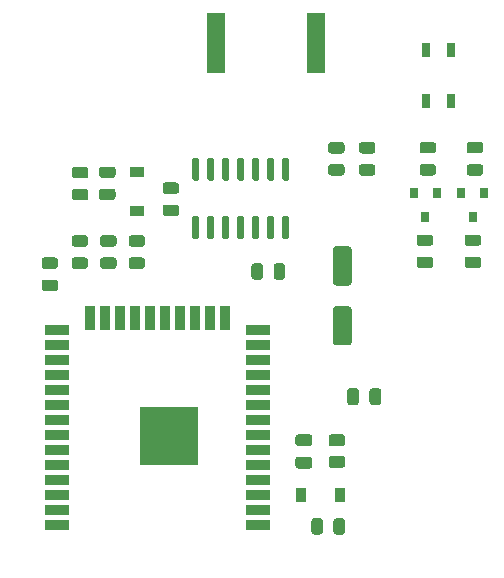
<source format=gtp>
G04 #@! TF.GenerationSoftware,KiCad,Pcbnew,(5.1.9-0-10_14)*
G04 #@! TF.CreationDate,2021-08-21T21:39:00+02:00*
G04 #@! TF.ProjectId,ithowifi_4l,6974686f-7769-4666-995f-346c2e6b6963,rev?*
G04 #@! TF.SameCoordinates,Original*
G04 #@! TF.FileFunction,Paste,Top*
G04 #@! TF.FilePolarity,Positive*
%FSLAX46Y46*%
G04 Gerber Fmt 4.6, Leading zero omitted, Abs format (unit mm)*
G04 Created by KiCad (PCBNEW (5.1.9-0-10_14)) date 2021-08-21 21:39:00*
%MOMM*%
%LPD*%
G01*
G04 APERTURE LIST*
%ADD10R,0.650000X1.300000*%
%ADD11R,0.900000X1.200000*%
%ADD12R,1.200000X0.900000*%
%ADD13R,2.000000X0.900000*%
%ADD14R,0.900000X2.000000*%
%ADD15R,5.000000X5.000000*%
%ADD16R,1.500000X5.080000*%
%ADD17R,0.800000X0.900000*%
G04 APERTURE END LIST*
D10*
X118682000Y-112693000D03*
X118682000Y-108393000D03*
X120832000Y-112693000D03*
X120832000Y-108393000D03*
G36*
G01*
X111621502Y-141977500D02*
X110721498Y-141977500D01*
G75*
G02*
X110471500Y-141727502I0J249998D01*
G01*
X110471500Y-141202498D01*
G75*
G02*
X110721498Y-140952500I249998J0D01*
G01*
X111621502Y-140952500D01*
G75*
G02*
X111871500Y-141202498I0J-249998D01*
G01*
X111871500Y-141727502D01*
G75*
G02*
X111621502Y-141977500I-249998J0D01*
G01*
G37*
G36*
G01*
X111621502Y-143802500D02*
X110721498Y-143802500D01*
G75*
G02*
X110471500Y-143552502I0J249998D01*
G01*
X110471500Y-143027498D01*
G75*
G02*
X110721498Y-142777500I249998J0D01*
G01*
X111621502Y-142777500D01*
G75*
G02*
X111871500Y-143027498I0J-249998D01*
G01*
X111871500Y-143552502D01*
G75*
G02*
X111621502Y-143802500I-249998J0D01*
G01*
G37*
D11*
X108125500Y-146084000D03*
X111425500Y-146084000D03*
D12*
X94280500Y-122016500D03*
X94280500Y-118716500D03*
G36*
G01*
X108852500Y-141951000D02*
X107902500Y-141951000D01*
G75*
G02*
X107652500Y-141701000I0J250000D01*
G01*
X107652500Y-141201000D01*
G75*
G02*
X107902500Y-140951000I250000J0D01*
G01*
X108852500Y-140951000D01*
G75*
G02*
X109102500Y-141201000I0J-250000D01*
G01*
X109102500Y-141701000D01*
G75*
G02*
X108852500Y-141951000I-250000J0D01*
G01*
G37*
G36*
G01*
X108852500Y-143851000D02*
X107902500Y-143851000D01*
G75*
G02*
X107652500Y-143601000I0J250000D01*
G01*
X107652500Y-143101000D01*
G75*
G02*
X107902500Y-142851000I250000J0D01*
G01*
X108852500Y-142851000D01*
G75*
G02*
X109102500Y-143101000I0J-250000D01*
G01*
X109102500Y-143601000D01*
G75*
G02*
X108852500Y-143851000I-250000J0D01*
G01*
G37*
G36*
G01*
X113032000Y-137293000D02*
X113032000Y-138243000D01*
G75*
G02*
X112782000Y-138493000I-250000J0D01*
G01*
X112282000Y-138493000D01*
G75*
G02*
X112032000Y-138243000I0J250000D01*
G01*
X112032000Y-137293000D01*
G75*
G02*
X112282000Y-137043000I250000J0D01*
G01*
X112782000Y-137043000D01*
G75*
G02*
X113032000Y-137293000I0J-250000D01*
G01*
G37*
G36*
G01*
X114932000Y-137293000D02*
X114932000Y-138243000D01*
G75*
G02*
X114682000Y-138493000I-250000J0D01*
G01*
X114182000Y-138493000D01*
G75*
G02*
X113932000Y-138243000I0J250000D01*
G01*
X113932000Y-137293000D01*
G75*
G02*
X114182000Y-137043000I250000J0D01*
G01*
X114682000Y-137043000D01*
G75*
G02*
X114932000Y-137293000I0J-250000D01*
G01*
G37*
G36*
G01*
X112182000Y-128355500D02*
X111082000Y-128355500D01*
G75*
G02*
X110832000Y-128105500I0J250000D01*
G01*
X110832000Y-125280500D01*
G75*
G02*
X111082000Y-125030500I250000J0D01*
G01*
X112182000Y-125030500D01*
G75*
G02*
X112432000Y-125280500I0J-250000D01*
G01*
X112432000Y-128105500D01*
G75*
G02*
X112182000Y-128355500I-250000J0D01*
G01*
G37*
G36*
G01*
X112182000Y-133430500D02*
X111082000Y-133430500D01*
G75*
G02*
X110832000Y-133180500I0J250000D01*
G01*
X110832000Y-130355500D01*
G75*
G02*
X111082000Y-130105500I250000J0D01*
G01*
X112182000Y-130105500D01*
G75*
G02*
X112432000Y-130355500I0J-250000D01*
G01*
X112432000Y-133180500D01*
G75*
G02*
X112182000Y-133430500I-250000J0D01*
G01*
G37*
G36*
G01*
X99372600Y-124416000D02*
X99072600Y-124416000D01*
G75*
G02*
X98922600Y-124266000I0J150000D01*
G01*
X98922600Y-122616000D01*
G75*
G02*
X99072600Y-122466000I150000J0D01*
G01*
X99372600Y-122466000D01*
G75*
G02*
X99522600Y-122616000I0J-150000D01*
G01*
X99522600Y-124266000D01*
G75*
G02*
X99372600Y-124416000I-150000J0D01*
G01*
G37*
G36*
G01*
X100642600Y-124416000D02*
X100342600Y-124416000D01*
G75*
G02*
X100192600Y-124266000I0J150000D01*
G01*
X100192600Y-122616000D01*
G75*
G02*
X100342600Y-122466000I150000J0D01*
G01*
X100642600Y-122466000D01*
G75*
G02*
X100792600Y-122616000I0J-150000D01*
G01*
X100792600Y-124266000D01*
G75*
G02*
X100642600Y-124416000I-150000J0D01*
G01*
G37*
G36*
G01*
X101912600Y-124416000D02*
X101612600Y-124416000D01*
G75*
G02*
X101462600Y-124266000I0J150000D01*
G01*
X101462600Y-122616000D01*
G75*
G02*
X101612600Y-122466000I150000J0D01*
G01*
X101912600Y-122466000D01*
G75*
G02*
X102062600Y-122616000I0J-150000D01*
G01*
X102062600Y-124266000D01*
G75*
G02*
X101912600Y-124416000I-150000J0D01*
G01*
G37*
G36*
G01*
X103182600Y-124416000D02*
X102882600Y-124416000D01*
G75*
G02*
X102732600Y-124266000I0J150000D01*
G01*
X102732600Y-122616000D01*
G75*
G02*
X102882600Y-122466000I150000J0D01*
G01*
X103182600Y-122466000D01*
G75*
G02*
X103332600Y-122616000I0J-150000D01*
G01*
X103332600Y-124266000D01*
G75*
G02*
X103182600Y-124416000I-150000J0D01*
G01*
G37*
G36*
G01*
X104452600Y-124416000D02*
X104152600Y-124416000D01*
G75*
G02*
X104002600Y-124266000I0J150000D01*
G01*
X104002600Y-122616000D01*
G75*
G02*
X104152600Y-122466000I150000J0D01*
G01*
X104452600Y-122466000D01*
G75*
G02*
X104602600Y-122616000I0J-150000D01*
G01*
X104602600Y-124266000D01*
G75*
G02*
X104452600Y-124416000I-150000J0D01*
G01*
G37*
G36*
G01*
X105722600Y-124416000D02*
X105422600Y-124416000D01*
G75*
G02*
X105272600Y-124266000I0J150000D01*
G01*
X105272600Y-122616000D01*
G75*
G02*
X105422600Y-122466000I150000J0D01*
G01*
X105722600Y-122466000D01*
G75*
G02*
X105872600Y-122616000I0J-150000D01*
G01*
X105872600Y-124266000D01*
G75*
G02*
X105722600Y-124416000I-150000J0D01*
G01*
G37*
G36*
G01*
X106992600Y-124416000D02*
X106692600Y-124416000D01*
G75*
G02*
X106542600Y-124266000I0J150000D01*
G01*
X106542600Y-122616000D01*
G75*
G02*
X106692600Y-122466000I150000J0D01*
G01*
X106992600Y-122466000D01*
G75*
G02*
X107142600Y-122616000I0J-150000D01*
G01*
X107142600Y-124266000D01*
G75*
G02*
X106992600Y-124416000I-150000J0D01*
G01*
G37*
G36*
G01*
X106992600Y-119466000D02*
X106692600Y-119466000D01*
G75*
G02*
X106542600Y-119316000I0J150000D01*
G01*
X106542600Y-117666000D01*
G75*
G02*
X106692600Y-117516000I150000J0D01*
G01*
X106992600Y-117516000D01*
G75*
G02*
X107142600Y-117666000I0J-150000D01*
G01*
X107142600Y-119316000D01*
G75*
G02*
X106992600Y-119466000I-150000J0D01*
G01*
G37*
G36*
G01*
X105722600Y-119466000D02*
X105422600Y-119466000D01*
G75*
G02*
X105272600Y-119316000I0J150000D01*
G01*
X105272600Y-117666000D01*
G75*
G02*
X105422600Y-117516000I150000J0D01*
G01*
X105722600Y-117516000D01*
G75*
G02*
X105872600Y-117666000I0J-150000D01*
G01*
X105872600Y-119316000D01*
G75*
G02*
X105722600Y-119466000I-150000J0D01*
G01*
G37*
G36*
G01*
X104452600Y-119466000D02*
X104152600Y-119466000D01*
G75*
G02*
X104002600Y-119316000I0J150000D01*
G01*
X104002600Y-117666000D01*
G75*
G02*
X104152600Y-117516000I150000J0D01*
G01*
X104452600Y-117516000D01*
G75*
G02*
X104602600Y-117666000I0J-150000D01*
G01*
X104602600Y-119316000D01*
G75*
G02*
X104452600Y-119466000I-150000J0D01*
G01*
G37*
G36*
G01*
X103182600Y-119466000D02*
X102882600Y-119466000D01*
G75*
G02*
X102732600Y-119316000I0J150000D01*
G01*
X102732600Y-117666000D01*
G75*
G02*
X102882600Y-117516000I150000J0D01*
G01*
X103182600Y-117516000D01*
G75*
G02*
X103332600Y-117666000I0J-150000D01*
G01*
X103332600Y-119316000D01*
G75*
G02*
X103182600Y-119466000I-150000J0D01*
G01*
G37*
G36*
G01*
X101912600Y-119466000D02*
X101612600Y-119466000D01*
G75*
G02*
X101462600Y-119316000I0J150000D01*
G01*
X101462600Y-117666000D01*
G75*
G02*
X101612600Y-117516000I150000J0D01*
G01*
X101912600Y-117516000D01*
G75*
G02*
X102062600Y-117666000I0J-150000D01*
G01*
X102062600Y-119316000D01*
G75*
G02*
X101912600Y-119466000I-150000J0D01*
G01*
G37*
G36*
G01*
X100642600Y-119466000D02*
X100342600Y-119466000D01*
G75*
G02*
X100192600Y-119316000I0J150000D01*
G01*
X100192600Y-117666000D01*
G75*
G02*
X100342600Y-117516000I150000J0D01*
G01*
X100642600Y-117516000D01*
G75*
G02*
X100792600Y-117666000I0J-150000D01*
G01*
X100792600Y-119316000D01*
G75*
G02*
X100642600Y-119466000I-150000J0D01*
G01*
G37*
G36*
G01*
X99372600Y-119466000D02*
X99072600Y-119466000D01*
G75*
G02*
X98922600Y-119316000I0J150000D01*
G01*
X98922600Y-117666000D01*
G75*
G02*
X99072600Y-117516000I150000J0D01*
G01*
X99372600Y-117516000D01*
G75*
G02*
X99522600Y-117666000I0J-150000D01*
G01*
X99522600Y-119316000D01*
G75*
G02*
X99372600Y-119466000I-150000J0D01*
G01*
G37*
D13*
X87477600Y-148615400D03*
X87477600Y-147345400D03*
X87477600Y-146075400D03*
X87477600Y-144805400D03*
X87477600Y-143535400D03*
X87477600Y-142265400D03*
X87477600Y-140995400D03*
X87477600Y-139725400D03*
X87477600Y-138455400D03*
X87477600Y-137185400D03*
X87477600Y-135915400D03*
X87477600Y-134645400D03*
X87477600Y-133375400D03*
X87477600Y-132105400D03*
D14*
X90262600Y-131105400D03*
X91532600Y-131105400D03*
X92802600Y-131105400D03*
X94072600Y-131105400D03*
X95342600Y-131105400D03*
X96612600Y-131105400D03*
X97882600Y-131105400D03*
X99152600Y-131105400D03*
X100422600Y-131105400D03*
X101692600Y-131105400D03*
D13*
X104477600Y-132105400D03*
X104477600Y-133375400D03*
X104477600Y-134645400D03*
X104477600Y-135915400D03*
X104477600Y-137185400D03*
X104477600Y-138455400D03*
X104477600Y-139725400D03*
X104477600Y-140995400D03*
X104477600Y-142265400D03*
X104477600Y-143535400D03*
X104477600Y-144805400D03*
X104477600Y-146075400D03*
X104477600Y-147345400D03*
X104477600Y-148615400D03*
D15*
X96977600Y-141115400D03*
G36*
G01*
X105819500Y-127624250D02*
X105819500Y-126711750D01*
G75*
G02*
X106063250Y-126468000I243750J0D01*
G01*
X106550750Y-126468000D01*
G75*
G02*
X106794500Y-126711750I0J-243750D01*
G01*
X106794500Y-127624250D01*
G75*
G02*
X106550750Y-127868000I-243750J0D01*
G01*
X106063250Y-127868000D01*
G75*
G02*
X105819500Y-127624250I0J243750D01*
G01*
G37*
G36*
G01*
X103944500Y-127624250D02*
X103944500Y-126711750D01*
G75*
G02*
X104188250Y-126468000I243750J0D01*
G01*
X104675750Y-126468000D01*
G75*
G02*
X104919500Y-126711750I0J-243750D01*
G01*
X104919500Y-127624250D01*
G75*
G02*
X104675750Y-127868000I-243750J0D01*
G01*
X104188250Y-127868000D01*
G75*
G02*
X103944500Y-127624250I0J243750D01*
G01*
G37*
G36*
G01*
X87324250Y-126954100D02*
X86411750Y-126954100D01*
G75*
G02*
X86168000Y-126710350I0J243750D01*
G01*
X86168000Y-126222850D01*
G75*
G02*
X86411750Y-125979100I243750J0D01*
G01*
X87324250Y-125979100D01*
G75*
G02*
X87568000Y-126222850I0J-243750D01*
G01*
X87568000Y-126710350D01*
G75*
G02*
X87324250Y-126954100I-243750J0D01*
G01*
G37*
G36*
G01*
X87324250Y-128829100D02*
X86411750Y-128829100D01*
G75*
G02*
X86168000Y-128585350I0J243750D01*
G01*
X86168000Y-128097850D01*
G75*
G02*
X86411750Y-127854100I243750J0D01*
G01*
X87324250Y-127854100D01*
G75*
G02*
X87568000Y-128097850I0J-243750D01*
G01*
X87568000Y-128585350D01*
G75*
G02*
X87324250Y-128829100I-243750J0D01*
G01*
G37*
G36*
G01*
X88951750Y-125974500D02*
X89864250Y-125974500D01*
G75*
G02*
X90108000Y-126218250I0J-243750D01*
G01*
X90108000Y-126705750D01*
G75*
G02*
X89864250Y-126949500I-243750J0D01*
G01*
X88951750Y-126949500D01*
G75*
G02*
X88708000Y-126705750I0J243750D01*
G01*
X88708000Y-126218250D01*
G75*
G02*
X88951750Y-125974500I243750J0D01*
G01*
G37*
G36*
G01*
X88951750Y-124099500D02*
X89864250Y-124099500D01*
G75*
G02*
X90108000Y-124343250I0J-243750D01*
G01*
X90108000Y-124830750D01*
G75*
G02*
X89864250Y-125074500I-243750J0D01*
G01*
X88951750Y-125074500D01*
G75*
G02*
X88708000Y-124830750I0J243750D01*
G01*
X88708000Y-124343250D01*
G75*
G02*
X88951750Y-124099500I243750J0D01*
G01*
G37*
G36*
G01*
X94690250Y-125074500D02*
X93777750Y-125074500D01*
G75*
G02*
X93534000Y-124830750I0J243750D01*
G01*
X93534000Y-124343250D01*
G75*
G02*
X93777750Y-124099500I243750J0D01*
G01*
X94690250Y-124099500D01*
G75*
G02*
X94934000Y-124343250I0J-243750D01*
G01*
X94934000Y-124830750D01*
G75*
G02*
X94690250Y-125074500I-243750J0D01*
G01*
G37*
G36*
G01*
X94690250Y-126949500D02*
X93777750Y-126949500D01*
G75*
G02*
X93534000Y-126705750I0J243750D01*
G01*
X93534000Y-126218250D01*
G75*
G02*
X93777750Y-125974500I243750J0D01*
G01*
X94690250Y-125974500D01*
G75*
G02*
X94934000Y-126218250I0J-243750D01*
G01*
X94934000Y-126705750D01*
G75*
G02*
X94690250Y-126949500I-243750J0D01*
G01*
G37*
G36*
G01*
X89888250Y-119280500D02*
X88975750Y-119280500D01*
G75*
G02*
X88732000Y-119036750I0J243750D01*
G01*
X88732000Y-118549250D01*
G75*
G02*
X88975750Y-118305500I243750J0D01*
G01*
X89888250Y-118305500D01*
G75*
G02*
X90132000Y-118549250I0J-243750D01*
G01*
X90132000Y-119036750D01*
G75*
G02*
X89888250Y-119280500I-243750J0D01*
G01*
G37*
G36*
G01*
X89888250Y-121155500D02*
X88975750Y-121155500D01*
G75*
G02*
X88732000Y-120911750I0J243750D01*
G01*
X88732000Y-120424250D01*
G75*
G02*
X88975750Y-120180500I243750J0D01*
G01*
X89888250Y-120180500D01*
G75*
G02*
X90132000Y-120424250I0J-243750D01*
G01*
X90132000Y-120911750D01*
G75*
G02*
X89888250Y-121155500I-243750J0D01*
G01*
G37*
G36*
G01*
X110886900Y-149207250D02*
X110886900Y-148294750D01*
G75*
G02*
X111130650Y-148051000I243750J0D01*
G01*
X111618150Y-148051000D01*
G75*
G02*
X111861900Y-148294750I0J-243750D01*
G01*
X111861900Y-149207250D01*
G75*
G02*
X111618150Y-149451000I-243750J0D01*
G01*
X111130650Y-149451000D01*
G75*
G02*
X110886900Y-149207250I0J243750D01*
G01*
G37*
G36*
G01*
X109011900Y-149207250D02*
X109011900Y-148294750D01*
G75*
G02*
X109255650Y-148051000I243750J0D01*
G01*
X109743150Y-148051000D01*
G75*
G02*
X109986900Y-148294750I0J-243750D01*
G01*
X109986900Y-149207250D01*
G75*
G02*
X109743150Y-149451000I-243750J0D01*
G01*
X109255650Y-149451000D01*
G75*
G02*
X109011900Y-149207250I0J243750D01*
G01*
G37*
G36*
G01*
X92188250Y-119255500D02*
X91275750Y-119255500D01*
G75*
G02*
X91032000Y-119011750I0J243750D01*
G01*
X91032000Y-118524250D01*
G75*
G02*
X91275750Y-118280500I243750J0D01*
G01*
X92188250Y-118280500D01*
G75*
G02*
X92432000Y-118524250I0J-243750D01*
G01*
X92432000Y-119011750D01*
G75*
G02*
X92188250Y-119255500I-243750J0D01*
G01*
G37*
G36*
G01*
X92188250Y-121130500D02*
X91275750Y-121130500D01*
G75*
G02*
X91032000Y-120886750I0J243750D01*
G01*
X91032000Y-120399250D01*
G75*
G02*
X91275750Y-120155500I243750J0D01*
G01*
X92188250Y-120155500D01*
G75*
G02*
X92432000Y-120399250I0J-243750D01*
G01*
X92432000Y-120886750D01*
G75*
G02*
X92188250Y-121130500I-243750J0D01*
G01*
G37*
D16*
X100931400Y-107848400D03*
X109431400Y-107848400D03*
G36*
G01*
X110675750Y-118080500D02*
X111588250Y-118080500D01*
G75*
G02*
X111832000Y-118324250I0J-243750D01*
G01*
X111832000Y-118811750D01*
G75*
G02*
X111588250Y-119055500I-243750J0D01*
G01*
X110675750Y-119055500D01*
G75*
G02*
X110432000Y-118811750I0J243750D01*
G01*
X110432000Y-118324250D01*
G75*
G02*
X110675750Y-118080500I243750J0D01*
G01*
G37*
G36*
G01*
X110675750Y-116205500D02*
X111588250Y-116205500D01*
G75*
G02*
X111832000Y-116449250I0J-243750D01*
G01*
X111832000Y-116936750D01*
G75*
G02*
X111588250Y-117180500I-243750J0D01*
G01*
X110675750Y-117180500D01*
G75*
G02*
X110432000Y-116936750I0J243750D01*
G01*
X110432000Y-116449250D01*
G75*
G02*
X110675750Y-116205500I243750J0D01*
G01*
G37*
G36*
G01*
X92277250Y-126949500D02*
X91364750Y-126949500D01*
G75*
G02*
X91121000Y-126705750I0J243750D01*
G01*
X91121000Y-126218250D01*
G75*
G02*
X91364750Y-125974500I243750J0D01*
G01*
X92277250Y-125974500D01*
G75*
G02*
X92521000Y-126218250I0J-243750D01*
G01*
X92521000Y-126705750D01*
G75*
G02*
X92277250Y-126949500I-243750J0D01*
G01*
G37*
G36*
G01*
X92277250Y-125074500D02*
X91364750Y-125074500D01*
G75*
G02*
X91121000Y-124830750I0J243750D01*
G01*
X91121000Y-124343250D01*
G75*
G02*
X91364750Y-124099500I243750J0D01*
G01*
X92277250Y-124099500D01*
G75*
G02*
X92521000Y-124343250I0J-243750D01*
G01*
X92521000Y-124830750D01*
G75*
G02*
X92277250Y-125074500I-243750J0D01*
G01*
G37*
G36*
G01*
X113275750Y-118080500D02*
X114188250Y-118080500D01*
G75*
G02*
X114432000Y-118324250I0J-243750D01*
G01*
X114432000Y-118811750D01*
G75*
G02*
X114188250Y-119055500I-243750J0D01*
G01*
X113275750Y-119055500D01*
G75*
G02*
X113032000Y-118811750I0J243750D01*
G01*
X113032000Y-118324250D01*
G75*
G02*
X113275750Y-118080500I243750J0D01*
G01*
G37*
G36*
G01*
X113275750Y-116205500D02*
X114188250Y-116205500D01*
G75*
G02*
X114432000Y-116449250I0J-243750D01*
G01*
X114432000Y-116936750D01*
G75*
G02*
X114188250Y-117180500I-243750J0D01*
G01*
X113275750Y-117180500D01*
G75*
G02*
X113032000Y-116936750I0J243750D01*
G01*
X113032000Y-116449250D01*
G75*
G02*
X113275750Y-116205500I243750J0D01*
G01*
G37*
G36*
G01*
X118161750Y-125911000D02*
X119074250Y-125911000D01*
G75*
G02*
X119318000Y-126154750I0J-243750D01*
G01*
X119318000Y-126642250D01*
G75*
G02*
X119074250Y-126886000I-243750J0D01*
G01*
X118161750Y-126886000D01*
G75*
G02*
X117918000Y-126642250I0J243750D01*
G01*
X117918000Y-126154750D01*
G75*
G02*
X118161750Y-125911000I243750J0D01*
G01*
G37*
G36*
G01*
X118161750Y-124036000D02*
X119074250Y-124036000D01*
G75*
G02*
X119318000Y-124279750I0J-243750D01*
G01*
X119318000Y-124767250D01*
G75*
G02*
X119074250Y-125011000I-243750J0D01*
G01*
X118161750Y-125011000D01*
G75*
G02*
X117918000Y-124767250I0J243750D01*
G01*
X117918000Y-124279750D01*
G75*
G02*
X118161750Y-124036000I243750J0D01*
G01*
G37*
G36*
G01*
X122225750Y-125911000D02*
X123138250Y-125911000D01*
G75*
G02*
X123382000Y-126154750I0J-243750D01*
G01*
X123382000Y-126642250D01*
G75*
G02*
X123138250Y-126886000I-243750J0D01*
G01*
X122225750Y-126886000D01*
G75*
G02*
X121982000Y-126642250I0J243750D01*
G01*
X121982000Y-126154750D01*
G75*
G02*
X122225750Y-125911000I243750J0D01*
G01*
G37*
G36*
G01*
X122225750Y-124036000D02*
X123138250Y-124036000D01*
G75*
G02*
X123382000Y-124279750I0J-243750D01*
G01*
X123382000Y-124767250D01*
G75*
G02*
X123138250Y-125011000I-243750J0D01*
G01*
X122225750Y-125011000D01*
G75*
G02*
X121982000Y-124767250I0J243750D01*
G01*
X121982000Y-124279750D01*
G75*
G02*
X122225750Y-124036000I243750J0D01*
G01*
G37*
G36*
G01*
X118415750Y-118074400D02*
X119328250Y-118074400D01*
G75*
G02*
X119572000Y-118318150I0J-243750D01*
G01*
X119572000Y-118805650D01*
G75*
G02*
X119328250Y-119049400I-243750J0D01*
G01*
X118415750Y-119049400D01*
G75*
G02*
X118172000Y-118805650I0J243750D01*
G01*
X118172000Y-118318150D01*
G75*
G02*
X118415750Y-118074400I243750J0D01*
G01*
G37*
G36*
G01*
X118415750Y-116199400D02*
X119328250Y-116199400D01*
G75*
G02*
X119572000Y-116443150I0J-243750D01*
G01*
X119572000Y-116930650D01*
G75*
G02*
X119328250Y-117174400I-243750J0D01*
G01*
X118415750Y-117174400D01*
G75*
G02*
X118172000Y-116930650I0J243750D01*
G01*
X118172000Y-116443150D01*
G75*
G02*
X118415750Y-116199400I243750J0D01*
G01*
G37*
G36*
G01*
X123316050Y-117174400D02*
X122403550Y-117174400D01*
G75*
G02*
X122159800Y-116930650I0J243750D01*
G01*
X122159800Y-116443150D01*
G75*
G02*
X122403550Y-116199400I243750J0D01*
G01*
X123316050Y-116199400D01*
G75*
G02*
X123559800Y-116443150I0J-243750D01*
G01*
X123559800Y-116930650D01*
G75*
G02*
X123316050Y-117174400I-243750J0D01*
G01*
G37*
G36*
G01*
X123316050Y-119049400D02*
X122403550Y-119049400D01*
G75*
G02*
X122159800Y-118805650I0J243750D01*
G01*
X122159800Y-118318150D01*
G75*
G02*
X122403550Y-118074400I243750J0D01*
G01*
X123316050Y-118074400D01*
G75*
G02*
X123559800Y-118318150I0J-243750D01*
G01*
X123559800Y-118805650D01*
G75*
G02*
X123316050Y-119049400I-243750J0D01*
G01*
G37*
G36*
G01*
X97570650Y-122479100D02*
X96658150Y-122479100D01*
G75*
G02*
X96414400Y-122235350I0J243750D01*
G01*
X96414400Y-121747850D01*
G75*
G02*
X96658150Y-121504100I243750J0D01*
G01*
X97570650Y-121504100D01*
G75*
G02*
X97814400Y-121747850I0J-243750D01*
G01*
X97814400Y-122235350D01*
G75*
G02*
X97570650Y-122479100I-243750J0D01*
G01*
G37*
G36*
G01*
X97570650Y-120604100D02*
X96658150Y-120604100D01*
G75*
G02*
X96414400Y-120360350I0J243750D01*
G01*
X96414400Y-119872850D01*
G75*
G02*
X96658150Y-119629100I243750J0D01*
G01*
X97570650Y-119629100D01*
G75*
G02*
X97814400Y-119872850I0J-243750D01*
G01*
X97814400Y-120360350D01*
G75*
G02*
X97570650Y-120604100I-243750J0D01*
G01*
G37*
D17*
X118658600Y-122539000D03*
X117708600Y-120539000D03*
X119608600Y-120539000D03*
X122656600Y-122539000D03*
X121706600Y-120539000D03*
X123606600Y-120539000D03*
M02*

</source>
